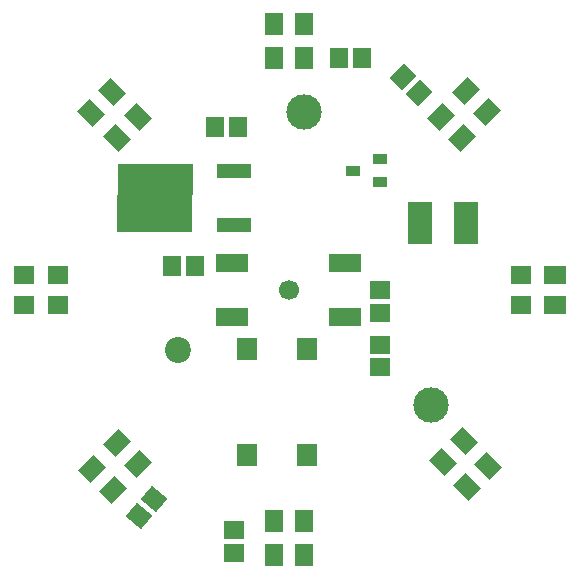
<source format=gbr>
G04 DipTrace 3.3.0.1*
G04 TopMask.gbr*
%MOMM*%
G04 #@! TF.FileFunction,Soldermask,Top*
G04 #@! TF.Part,Single*
%AMOUTLINE1*
4,1,4,
0.8494,-0.95053,
-0.8506,-0.94944,
-0.8494,0.95053,
0.8506,0.94944,
0.8494,-0.95053,
0*%
%AMOUTLINE4*
4,1,4,
-1.16672,0.10607,
-0.10607,1.16672,
1.16672,-0.10607,
0.10607,-1.16672,
-1.16672,0.10607,
0*%
%AMOUTLINE7*
4,1,4,
-0.75,0.9,
0.75,0.9,
0.75,-0.9,
-0.75,-0.9,
-0.75,0.9,
0*%
%AMOUTLINE10*
4,1,4,
-0.10607,-1.16672,
-1.16672,-0.10607,
0.10607,1.16672,
1.16672,0.10607,
-0.10607,-1.16672,
0*%
%AMOUTLINE13*
4,1,4,
-0.90004,-0.74996,
-0.89996,0.75004,
0.90004,0.74996,
0.89996,-0.75004,
-0.90004,-0.74996,
0*%
%AMOUTLINE16*
4,1,4,
1.16672,-0.10607,
0.10607,-1.16672,
-1.16672,0.10607,
-0.10607,1.16672,
1.16672,-0.10607,
0*%
%AMOUTLINE19*
4,1,4,
0.75,-0.9,
-0.75,-0.9,
-0.75,0.9,
0.75,0.9,
0.75,-0.9,
0*%
%AMOUTLINE22*
4,1,4,
0.10607,1.16672,
1.16672,0.10607,
-0.10607,-1.16672,
-1.16672,-0.10607,
0.10607,1.16672,
0*%
%AMOUTLINE25*
4,1,4,
0.84988,-0.75019,
-0.85015,-0.74981,
-0.84988,0.75019,
0.85015,0.74981,
0.84988,-0.75019,
0*%
%AMOUTLINE28*
4,1,4,
0.16258,-1.12185,
-1.13339,-0.02165,
-0.16258,1.12185,
1.13339,0.02165,
0.16258,-1.12185,
0*%
%AMOUTLINE31*
4,1,4,
-1.13132,-0.07112,
0.07028,1.13139,
1.13132,0.07112,
-0.07028,-1.13139,
-1.13132,-0.07112,
0*%
%AMOUTLINE34*
4,1,4,
-0.6183,-0.43468,
-0.63155,0.41523,
0.6183,0.43468,
0.63155,-0.41523,
-0.6183,-0.43468,
0*%
%AMOUTLINE37*
4,1,4,
1.47592,0.59782,
1.47412,-0.60222,
-1.47592,-0.59782,
-1.47412,0.60222,
1.47592,0.59782,
0*%
%AMOUTLINE40*
4,1,4,
3.17925,2.87028,
3.17075,-2.87971,
-3.17925,-2.87028,
-3.17075,2.87971,
3.17925,2.87028,
0*%
%ADD27C,3.0*%
%ADD28C,2.2*%
%ADD32R,2.7X1.6*%
%ADD34R,2.1X3.6*%
%ADD36C,1.7*%
%ADD38R,1.5X1.7*%
%ADD40R,1.7X1.5*%
%ADD42R,1.8X1.5*%
%ADD47OUTLINE1*%
%ADD50OUTLINE4*%
%ADD53OUTLINE7*%
%ADD56OUTLINE10*%
%ADD59OUTLINE13*%
%ADD62OUTLINE16*%
%ADD65OUTLINE19*%
%ADD68OUTLINE22*%
%ADD71OUTLINE25*%
%ADD74OUTLINE28*%
%ADD77OUTLINE31*%
%ADD80OUTLINE34*%
%ADD83OUTLINE37*%
%ADD86OUTLINE40*%
%FSLAX35Y35*%
G04*
G71*
G90*
G75*
G01*
G04 TopMask*
%LPD*%
D47*
X158750Y-492130D3*
X-351253Y-491810D3*
X-351817Y-1391810D3*
X158187Y-1392130D3*
D42*
X-2236500Y127000D3*
Y-127000D3*
D50*
X-1492250Y1682750D3*
X-1671857Y1503143D3*
D53*
X127000Y2252377D3*
X-127000D3*
D56*
X1503143Y1687730D3*
X1682750Y1508123D3*
D59*
X2252383Y127001D3*
X2252370Y-126999D3*
D50*
X1687730Y-1487270D3*
X1508123Y-1666877D3*
D53*
X127000Y-2236500D3*
X-127000D3*
D56*
X-1666877Y-1508123D3*
X-1487270Y-1687730D3*
D40*
X777793Y-650807D3*
Y-460807D3*
Y-190480D3*
Y-480D3*
D42*
X-1952627Y-127000D3*
Y127000D3*
D62*
X-1455057Y1291323D3*
X-1275450Y1470930D3*
D65*
X-127000Y1968500D3*
X127000D3*
D68*
X1470930Y1291327D3*
X1291323Y1470933D3*
D42*
X1968500Y-127000D3*
Y127000D3*
D50*
X1307200Y-1455053D3*
X1486807Y-1275447D3*
D53*
X-127000Y-1952627D3*
X127000D3*
D56*
X-1275450Y-1470933D3*
X-1455057Y-1291327D3*
D71*
X-460373Y-2222500D3*
X-460340Y-2032493D3*
D74*
X-1143000Y-1762123D3*
X-1265960Y-1906963D3*
D38*
X428580Y1968293D3*
X618580D3*
D77*
X968273Y1809560D3*
X1102667Y1675253D3*
D80*
X777876Y920750D3*
X774919Y1110727D3*
X546426Y1012163D3*
D36*
X0Y0D3*
D27*
X127000Y1508100D3*
X1206500Y-968400D3*
D28*
X-933200Y-500700D3*
D83*
X-460373Y555627D3*
X-459693Y1011623D3*
D86*
X-1130030Y784623D3*
D38*
X-984147Y206353D3*
X-794147D3*
X-619060Y1380980D3*
X-429060D3*
D34*
X1111133Y571440D3*
X1501133D3*
D32*
X-476000Y229000D3*
Y-221000D3*
X474000D3*
Y229000D3*
M02*

</source>
